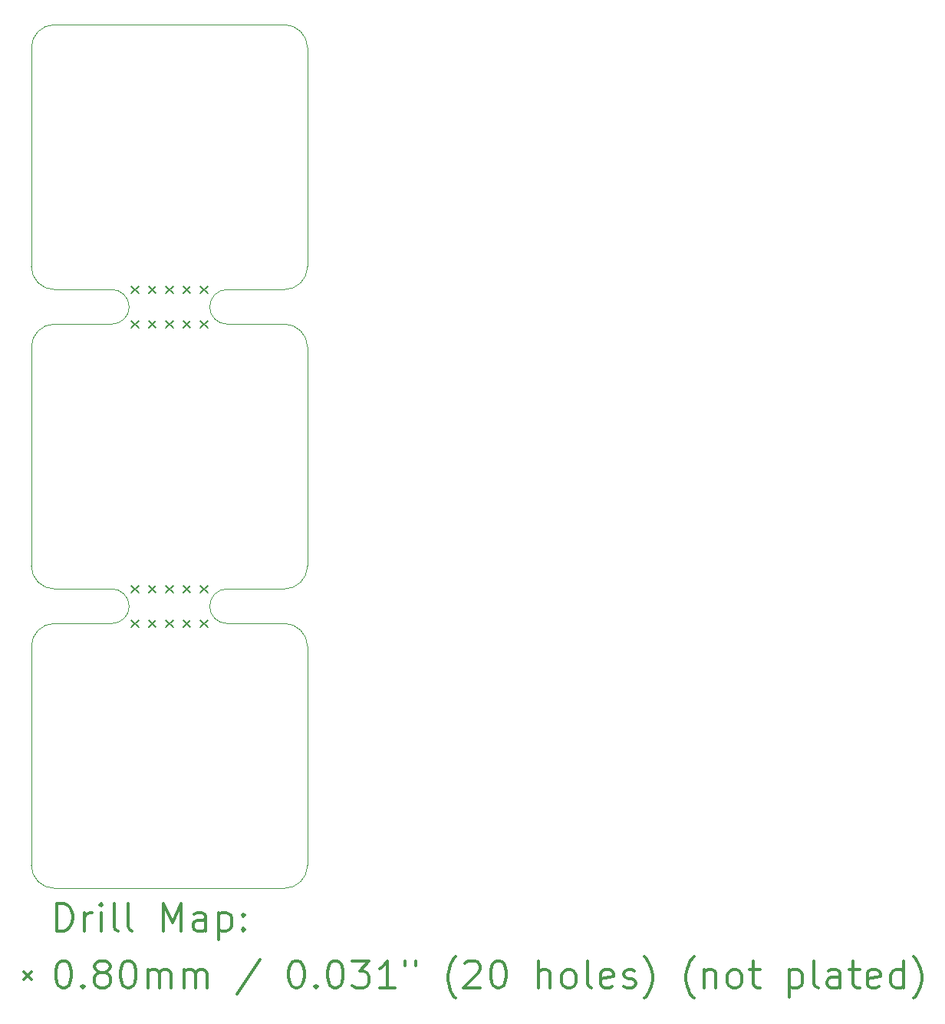
<source format=gbr>
%FSLAX45Y45*%
G04 Gerber Fmt 4.5, Leading zero omitted, Abs format (unit mm)*
G04 Created by KiCad (PCBNEW 5.1.6) date 2021-12-18 09:42:13*
%MOMM*%
%LPD*%
G01*
G04 APERTURE LIST*
%TA.AperFunction,Profile*%
%ADD10C,0.050000*%
%TD*%
%ADD11C,0.200000*%
%ADD12C,0.300000*%
G04 APERTURE END LIST*
D10*
X13271500Y-12192000D02*
X12636500Y-12192000D01*
X12636500Y-11811000D02*
X13271500Y-11811000D01*
X11366500Y-12192000D02*
X10731500Y-12192000D01*
X10731500Y-11811000D02*
X11366500Y-11811000D01*
X11557000Y-12001500D02*
G75*
G02*
X11366500Y-12192000I-190500J0D01*
G01*
X11366500Y-11811000D02*
G75*
G02*
X11557000Y-12001500I0J-190500D01*
G01*
X12636500Y-12192000D02*
G75*
G02*
X12446000Y-12001500I0J190500D01*
G01*
X12446000Y-12001500D02*
G75*
G02*
X12636500Y-11811000I190500J0D01*
G01*
X12700000Y-8890000D02*
X12636500Y-8890000D01*
X13271500Y-8890000D02*
X12700000Y-8890000D01*
X12636500Y-8509000D02*
X13271500Y-8509000D01*
X11366500Y-8509000D02*
X10731500Y-8509000D01*
X10731500Y-8890000D02*
X11366500Y-8890000D01*
X12636500Y-8890000D02*
G75*
G02*
X12446000Y-8699500I0J190500D01*
G01*
X12446000Y-8699500D02*
G75*
G02*
X12636500Y-8509000I190500J0D01*
G01*
X11557000Y-8699500D02*
G75*
G02*
X11366500Y-8890000I-190500J0D01*
G01*
X11366500Y-8509000D02*
G75*
G02*
X11557000Y-8699500I0J-190500D01*
G01*
X10731500Y-8509000D02*
G75*
G02*
X10477500Y-8255000I0J254000D01*
G01*
X13525500Y-8255000D02*
G75*
G02*
X13271500Y-8509000I-254000J0D01*
G01*
X13271500Y-5588000D02*
G75*
G02*
X13525500Y-5842000I0J-254000D01*
G01*
X10477500Y-5842000D02*
G75*
G02*
X10731500Y-5588000I254000J0D01*
G01*
X10477500Y-12446000D02*
G75*
G02*
X10731500Y-12192000I254000J0D01*
G01*
X13271500Y-12192000D02*
G75*
G02*
X13525500Y-12446000I0J-254000D01*
G01*
X13525500Y-14859000D02*
G75*
G02*
X13271500Y-15113000I-254000J0D01*
G01*
X10731500Y-15113000D02*
G75*
G02*
X10477500Y-14859000I0J254000D01*
G01*
X10477500Y-9144000D02*
G75*
G02*
X10731500Y-8890000I254000J0D01*
G01*
X13271500Y-8890000D02*
G75*
G02*
X13525500Y-9144000I0J-254000D01*
G01*
X13525500Y-11557000D02*
G75*
G02*
X13271500Y-11811000I-254000J0D01*
G01*
X10731500Y-11811000D02*
G75*
G02*
X10477500Y-11557000I0J254000D01*
G01*
X13525500Y-5842000D02*
X13525500Y-8255000D01*
X10477500Y-5842000D02*
X10477500Y-8255000D01*
X13271500Y-5588000D02*
X10731500Y-5588000D01*
X10477500Y-14859000D02*
X10477500Y-12446000D01*
X13525500Y-14859000D02*
X13525500Y-12446000D01*
X10731500Y-15113000D02*
X13271500Y-15113000D01*
X10477500Y-9144000D02*
X10477500Y-11557000D01*
X13525500Y-9144000D02*
X13525500Y-11557000D01*
D11*
X11580500Y-11771000D02*
X11660500Y-11851000D01*
X11660500Y-11771000D02*
X11580500Y-11851000D01*
X11771000Y-11771000D02*
X11851000Y-11851000D01*
X11851000Y-11771000D02*
X11771000Y-11851000D01*
X12152000Y-11771000D02*
X12232000Y-11851000D01*
X12232000Y-11771000D02*
X12152000Y-11851000D01*
X11580500Y-8469000D02*
X11660500Y-8549000D01*
X11660500Y-8469000D02*
X11580500Y-8549000D01*
X12342500Y-11771000D02*
X12422500Y-11851000D01*
X12422500Y-11771000D02*
X12342500Y-11851000D01*
X12152000Y-8469000D02*
X12232000Y-8549000D01*
X12232000Y-8469000D02*
X12152000Y-8549000D01*
X11961500Y-8850000D02*
X12041500Y-8930000D01*
X12041500Y-8850000D02*
X11961500Y-8930000D01*
X11580500Y-8850000D02*
X11660500Y-8930000D01*
X11660500Y-8850000D02*
X11580500Y-8930000D01*
X12342500Y-12152000D02*
X12422500Y-12232000D01*
X12422500Y-12152000D02*
X12342500Y-12232000D01*
X11580500Y-12152000D02*
X11660500Y-12232000D01*
X11660500Y-12152000D02*
X11580500Y-12232000D01*
X11961500Y-12152000D02*
X12041500Y-12232000D01*
X12041500Y-12152000D02*
X11961500Y-12232000D01*
X11771000Y-12152000D02*
X11851000Y-12232000D01*
X11851000Y-12152000D02*
X11771000Y-12232000D01*
X11771000Y-8469000D02*
X11851000Y-8549000D01*
X11851000Y-8469000D02*
X11771000Y-8549000D01*
X12152000Y-8850000D02*
X12232000Y-8930000D01*
X12232000Y-8850000D02*
X12152000Y-8930000D01*
X11961500Y-11771000D02*
X12041500Y-11851000D01*
X12041500Y-11771000D02*
X11961500Y-11851000D01*
X12342500Y-8469000D02*
X12422500Y-8549000D01*
X12422500Y-8469000D02*
X12342500Y-8549000D01*
X12152000Y-12152000D02*
X12232000Y-12232000D01*
X12232000Y-12152000D02*
X12152000Y-12232000D01*
X11771000Y-8850000D02*
X11851000Y-8930000D01*
X11851000Y-8850000D02*
X11771000Y-8930000D01*
X11961500Y-8469000D02*
X12041500Y-8549000D01*
X12041500Y-8469000D02*
X11961500Y-8549000D01*
X12342500Y-8850000D02*
X12422500Y-8930000D01*
X12422500Y-8850000D02*
X12342500Y-8930000D01*
D12*
X10761428Y-15581214D02*
X10761428Y-15281214D01*
X10832857Y-15281214D01*
X10875714Y-15295500D01*
X10904286Y-15324071D01*
X10918571Y-15352643D01*
X10932857Y-15409786D01*
X10932857Y-15452643D01*
X10918571Y-15509786D01*
X10904286Y-15538357D01*
X10875714Y-15566929D01*
X10832857Y-15581214D01*
X10761428Y-15581214D01*
X11061428Y-15581214D02*
X11061428Y-15381214D01*
X11061428Y-15438357D02*
X11075714Y-15409786D01*
X11090000Y-15395500D01*
X11118571Y-15381214D01*
X11147143Y-15381214D01*
X11247143Y-15581214D02*
X11247143Y-15381214D01*
X11247143Y-15281214D02*
X11232857Y-15295500D01*
X11247143Y-15309786D01*
X11261428Y-15295500D01*
X11247143Y-15281214D01*
X11247143Y-15309786D01*
X11432857Y-15581214D02*
X11404286Y-15566929D01*
X11390000Y-15538357D01*
X11390000Y-15281214D01*
X11590000Y-15581214D02*
X11561428Y-15566929D01*
X11547143Y-15538357D01*
X11547143Y-15281214D01*
X11932857Y-15581214D02*
X11932857Y-15281214D01*
X12032857Y-15495500D01*
X12132857Y-15281214D01*
X12132857Y-15581214D01*
X12404286Y-15581214D02*
X12404286Y-15424071D01*
X12390000Y-15395500D01*
X12361428Y-15381214D01*
X12304286Y-15381214D01*
X12275714Y-15395500D01*
X12404286Y-15566929D02*
X12375714Y-15581214D01*
X12304286Y-15581214D01*
X12275714Y-15566929D01*
X12261428Y-15538357D01*
X12261428Y-15509786D01*
X12275714Y-15481214D01*
X12304286Y-15466929D01*
X12375714Y-15466929D01*
X12404286Y-15452643D01*
X12547143Y-15381214D02*
X12547143Y-15681214D01*
X12547143Y-15395500D02*
X12575714Y-15381214D01*
X12632857Y-15381214D01*
X12661428Y-15395500D01*
X12675714Y-15409786D01*
X12690000Y-15438357D01*
X12690000Y-15524071D01*
X12675714Y-15552643D01*
X12661428Y-15566929D01*
X12632857Y-15581214D01*
X12575714Y-15581214D01*
X12547143Y-15566929D01*
X12818571Y-15552643D02*
X12832857Y-15566929D01*
X12818571Y-15581214D01*
X12804286Y-15566929D01*
X12818571Y-15552643D01*
X12818571Y-15581214D01*
X12818571Y-15395500D02*
X12832857Y-15409786D01*
X12818571Y-15424071D01*
X12804286Y-15409786D01*
X12818571Y-15395500D01*
X12818571Y-15424071D01*
X10395000Y-16035500D02*
X10475000Y-16115500D01*
X10475000Y-16035500D02*
X10395000Y-16115500D01*
X10818571Y-15911214D02*
X10847143Y-15911214D01*
X10875714Y-15925500D01*
X10890000Y-15939786D01*
X10904286Y-15968357D01*
X10918571Y-16025500D01*
X10918571Y-16096929D01*
X10904286Y-16154071D01*
X10890000Y-16182643D01*
X10875714Y-16196929D01*
X10847143Y-16211214D01*
X10818571Y-16211214D01*
X10790000Y-16196929D01*
X10775714Y-16182643D01*
X10761428Y-16154071D01*
X10747143Y-16096929D01*
X10747143Y-16025500D01*
X10761428Y-15968357D01*
X10775714Y-15939786D01*
X10790000Y-15925500D01*
X10818571Y-15911214D01*
X11047143Y-16182643D02*
X11061428Y-16196929D01*
X11047143Y-16211214D01*
X11032857Y-16196929D01*
X11047143Y-16182643D01*
X11047143Y-16211214D01*
X11232857Y-16039786D02*
X11204286Y-16025500D01*
X11190000Y-16011214D01*
X11175714Y-15982643D01*
X11175714Y-15968357D01*
X11190000Y-15939786D01*
X11204286Y-15925500D01*
X11232857Y-15911214D01*
X11290000Y-15911214D01*
X11318571Y-15925500D01*
X11332857Y-15939786D01*
X11347143Y-15968357D01*
X11347143Y-15982643D01*
X11332857Y-16011214D01*
X11318571Y-16025500D01*
X11290000Y-16039786D01*
X11232857Y-16039786D01*
X11204286Y-16054071D01*
X11190000Y-16068357D01*
X11175714Y-16096929D01*
X11175714Y-16154071D01*
X11190000Y-16182643D01*
X11204286Y-16196929D01*
X11232857Y-16211214D01*
X11290000Y-16211214D01*
X11318571Y-16196929D01*
X11332857Y-16182643D01*
X11347143Y-16154071D01*
X11347143Y-16096929D01*
X11332857Y-16068357D01*
X11318571Y-16054071D01*
X11290000Y-16039786D01*
X11532857Y-15911214D02*
X11561428Y-15911214D01*
X11590000Y-15925500D01*
X11604286Y-15939786D01*
X11618571Y-15968357D01*
X11632857Y-16025500D01*
X11632857Y-16096929D01*
X11618571Y-16154071D01*
X11604286Y-16182643D01*
X11590000Y-16196929D01*
X11561428Y-16211214D01*
X11532857Y-16211214D01*
X11504286Y-16196929D01*
X11490000Y-16182643D01*
X11475714Y-16154071D01*
X11461428Y-16096929D01*
X11461428Y-16025500D01*
X11475714Y-15968357D01*
X11490000Y-15939786D01*
X11504286Y-15925500D01*
X11532857Y-15911214D01*
X11761428Y-16211214D02*
X11761428Y-16011214D01*
X11761428Y-16039786D02*
X11775714Y-16025500D01*
X11804286Y-16011214D01*
X11847143Y-16011214D01*
X11875714Y-16025500D01*
X11890000Y-16054071D01*
X11890000Y-16211214D01*
X11890000Y-16054071D02*
X11904286Y-16025500D01*
X11932857Y-16011214D01*
X11975714Y-16011214D01*
X12004286Y-16025500D01*
X12018571Y-16054071D01*
X12018571Y-16211214D01*
X12161428Y-16211214D02*
X12161428Y-16011214D01*
X12161428Y-16039786D02*
X12175714Y-16025500D01*
X12204286Y-16011214D01*
X12247143Y-16011214D01*
X12275714Y-16025500D01*
X12290000Y-16054071D01*
X12290000Y-16211214D01*
X12290000Y-16054071D02*
X12304286Y-16025500D01*
X12332857Y-16011214D01*
X12375714Y-16011214D01*
X12404286Y-16025500D01*
X12418571Y-16054071D01*
X12418571Y-16211214D01*
X13004286Y-15896929D02*
X12747143Y-16282643D01*
X13390000Y-15911214D02*
X13418571Y-15911214D01*
X13447143Y-15925500D01*
X13461428Y-15939786D01*
X13475714Y-15968357D01*
X13490000Y-16025500D01*
X13490000Y-16096929D01*
X13475714Y-16154071D01*
X13461428Y-16182643D01*
X13447143Y-16196929D01*
X13418571Y-16211214D01*
X13390000Y-16211214D01*
X13361428Y-16196929D01*
X13347143Y-16182643D01*
X13332857Y-16154071D01*
X13318571Y-16096929D01*
X13318571Y-16025500D01*
X13332857Y-15968357D01*
X13347143Y-15939786D01*
X13361428Y-15925500D01*
X13390000Y-15911214D01*
X13618571Y-16182643D02*
X13632857Y-16196929D01*
X13618571Y-16211214D01*
X13604286Y-16196929D01*
X13618571Y-16182643D01*
X13618571Y-16211214D01*
X13818571Y-15911214D02*
X13847143Y-15911214D01*
X13875714Y-15925500D01*
X13890000Y-15939786D01*
X13904286Y-15968357D01*
X13918571Y-16025500D01*
X13918571Y-16096929D01*
X13904286Y-16154071D01*
X13890000Y-16182643D01*
X13875714Y-16196929D01*
X13847143Y-16211214D01*
X13818571Y-16211214D01*
X13790000Y-16196929D01*
X13775714Y-16182643D01*
X13761428Y-16154071D01*
X13747143Y-16096929D01*
X13747143Y-16025500D01*
X13761428Y-15968357D01*
X13775714Y-15939786D01*
X13790000Y-15925500D01*
X13818571Y-15911214D01*
X14018571Y-15911214D02*
X14204286Y-15911214D01*
X14104286Y-16025500D01*
X14147143Y-16025500D01*
X14175714Y-16039786D01*
X14190000Y-16054071D01*
X14204286Y-16082643D01*
X14204286Y-16154071D01*
X14190000Y-16182643D01*
X14175714Y-16196929D01*
X14147143Y-16211214D01*
X14061428Y-16211214D01*
X14032857Y-16196929D01*
X14018571Y-16182643D01*
X14490000Y-16211214D02*
X14318571Y-16211214D01*
X14404286Y-16211214D02*
X14404286Y-15911214D01*
X14375714Y-15954071D01*
X14347143Y-15982643D01*
X14318571Y-15996929D01*
X14604286Y-15911214D02*
X14604286Y-15968357D01*
X14718571Y-15911214D02*
X14718571Y-15968357D01*
X15161428Y-16325500D02*
X15147143Y-16311214D01*
X15118571Y-16268357D01*
X15104286Y-16239786D01*
X15090000Y-16196929D01*
X15075714Y-16125500D01*
X15075714Y-16068357D01*
X15090000Y-15996929D01*
X15104286Y-15954071D01*
X15118571Y-15925500D01*
X15147143Y-15882643D01*
X15161428Y-15868357D01*
X15261428Y-15939786D02*
X15275714Y-15925500D01*
X15304286Y-15911214D01*
X15375714Y-15911214D01*
X15404286Y-15925500D01*
X15418571Y-15939786D01*
X15432857Y-15968357D01*
X15432857Y-15996929D01*
X15418571Y-16039786D01*
X15247143Y-16211214D01*
X15432857Y-16211214D01*
X15618571Y-15911214D02*
X15647143Y-15911214D01*
X15675714Y-15925500D01*
X15690000Y-15939786D01*
X15704286Y-15968357D01*
X15718571Y-16025500D01*
X15718571Y-16096929D01*
X15704286Y-16154071D01*
X15690000Y-16182643D01*
X15675714Y-16196929D01*
X15647143Y-16211214D01*
X15618571Y-16211214D01*
X15590000Y-16196929D01*
X15575714Y-16182643D01*
X15561428Y-16154071D01*
X15547143Y-16096929D01*
X15547143Y-16025500D01*
X15561428Y-15968357D01*
X15575714Y-15939786D01*
X15590000Y-15925500D01*
X15618571Y-15911214D01*
X16075714Y-16211214D02*
X16075714Y-15911214D01*
X16204286Y-16211214D02*
X16204286Y-16054071D01*
X16190000Y-16025500D01*
X16161428Y-16011214D01*
X16118571Y-16011214D01*
X16090000Y-16025500D01*
X16075714Y-16039786D01*
X16390000Y-16211214D02*
X16361428Y-16196929D01*
X16347143Y-16182643D01*
X16332857Y-16154071D01*
X16332857Y-16068357D01*
X16347143Y-16039786D01*
X16361428Y-16025500D01*
X16390000Y-16011214D01*
X16432857Y-16011214D01*
X16461428Y-16025500D01*
X16475714Y-16039786D01*
X16490000Y-16068357D01*
X16490000Y-16154071D01*
X16475714Y-16182643D01*
X16461428Y-16196929D01*
X16432857Y-16211214D01*
X16390000Y-16211214D01*
X16661428Y-16211214D02*
X16632857Y-16196929D01*
X16618571Y-16168357D01*
X16618571Y-15911214D01*
X16890000Y-16196929D02*
X16861428Y-16211214D01*
X16804286Y-16211214D01*
X16775714Y-16196929D01*
X16761428Y-16168357D01*
X16761428Y-16054071D01*
X16775714Y-16025500D01*
X16804286Y-16011214D01*
X16861428Y-16011214D01*
X16890000Y-16025500D01*
X16904286Y-16054071D01*
X16904286Y-16082643D01*
X16761428Y-16111214D01*
X17018571Y-16196929D02*
X17047143Y-16211214D01*
X17104286Y-16211214D01*
X17132857Y-16196929D01*
X17147143Y-16168357D01*
X17147143Y-16154071D01*
X17132857Y-16125500D01*
X17104286Y-16111214D01*
X17061428Y-16111214D01*
X17032857Y-16096929D01*
X17018571Y-16068357D01*
X17018571Y-16054071D01*
X17032857Y-16025500D01*
X17061428Y-16011214D01*
X17104286Y-16011214D01*
X17132857Y-16025500D01*
X17247143Y-16325500D02*
X17261428Y-16311214D01*
X17290000Y-16268357D01*
X17304286Y-16239786D01*
X17318571Y-16196929D01*
X17332857Y-16125500D01*
X17332857Y-16068357D01*
X17318571Y-15996929D01*
X17304286Y-15954071D01*
X17290000Y-15925500D01*
X17261428Y-15882643D01*
X17247143Y-15868357D01*
X17790000Y-16325500D02*
X17775714Y-16311214D01*
X17747143Y-16268357D01*
X17732857Y-16239786D01*
X17718571Y-16196929D01*
X17704286Y-16125500D01*
X17704286Y-16068357D01*
X17718571Y-15996929D01*
X17732857Y-15954071D01*
X17747143Y-15925500D01*
X17775714Y-15882643D01*
X17790000Y-15868357D01*
X17904286Y-16011214D02*
X17904286Y-16211214D01*
X17904286Y-16039786D02*
X17918571Y-16025500D01*
X17947143Y-16011214D01*
X17990000Y-16011214D01*
X18018571Y-16025500D01*
X18032857Y-16054071D01*
X18032857Y-16211214D01*
X18218571Y-16211214D02*
X18190000Y-16196929D01*
X18175714Y-16182643D01*
X18161428Y-16154071D01*
X18161428Y-16068357D01*
X18175714Y-16039786D01*
X18190000Y-16025500D01*
X18218571Y-16011214D01*
X18261428Y-16011214D01*
X18290000Y-16025500D01*
X18304286Y-16039786D01*
X18318571Y-16068357D01*
X18318571Y-16154071D01*
X18304286Y-16182643D01*
X18290000Y-16196929D01*
X18261428Y-16211214D01*
X18218571Y-16211214D01*
X18404286Y-16011214D02*
X18518571Y-16011214D01*
X18447143Y-15911214D02*
X18447143Y-16168357D01*
X18461428Y-16196929D01*
X18490000Y-16211214D01*
X18518571Y-16211214D01*
X18847143Y-16011214D02*
X18847143Y-16311214D01*
X18847143Y-16025500D02*
X18875714Y-16011214D01*
X18932857Y-16011214D01*
X18961428Y-16025500D01*
X18975714Y-16039786D01*
X18990000Y-16068357D01*
X18990000Y-16154071D01*
X18975714Y-16182643D01*
X18961428Y-16196929D01*
X18932857Y-16211214D01*
X18875714Y-16211214D01*
X18847143Y-16196929D01*
X19161428Y-16211214D02*
X19132857Y-16196929D01*
X19118571Y-16168357D01*
X19118571Y-15911214D01*
X19404286Y-16211214D02*
X19404286Y-16054071D01*
X19390000Y-16025500D01*
X19361428Y-16011214D01*
X19304286Y-16011214D01*
X19275714Y-16025500D01*
X19404286Y-16196929D02*
X19375714Y-16211214D01*
X19304286Y-16211214D01*
X19275714Y-16196929D01*
X19261428Y-16168357D01*
X19261428Y-16139786D01*
X19275714Y-16111214D01*
X19304286Y-16096929D01*
X19375714Y-16096929D01*
X19404286Y-16082643D01*
X19504286Y-16011214D02*
X19618571Y-16011214D01*
X19547143Y-15911214D02*
X19547143Y-16168357D01*
X19561428Y-16196929D01*
X19590000Y-16211214D01*
X19618571Y-16211214D01*
X19832857Y-16196929D02*
X19804286Y-16211214D01*
X19747143Y-16211214D01*
X19718571Y-16196929D01*
X19704286Y-16168357D01*
X19704286Y-16054071D01*
X19718571Y-16025500D01*
X19747143Y-16011214D01*
X19804286Y-16011214D01*
X19832857Y-16025500D01*
X19847143Y-16054071D01*
X19847143Y-16082643D01*
X19704286Y-16111214D01*
X20104286Y-16211214D02*
X20104286Y-15911214D01*
X20104286Y-16196929D02*
X20075714Y-16211214D01*
X20018571Y-16211214D01*
X19990000Y-16196929D01*
X19975714Y-16182643D01*
X19961428Y-16154071D01*
X19961428Y-16068357D01*
X19975714Y-16039786D01*
X19990000Y-16025500D01*
X20018571Y-16011214D01*
X20075714Y-16011214D01*
X20104286Y-16025500D01*
X20218571Y-16325500D02*
X20232857Y-16311214D01*
X20261428Y-16268357D01*
X20275714Y-16239786D01*
X20290000Y-16196929D01*
X20304286Y-16125500D01*
X20304286Y-16068357D01*
X20290000Y-15996929D01*
X20275714Y-15954071D01*
X20261428Y-15925500D01*
X20232857Y-15882643D01*
X20218571Y-15868357D01*
M02*

</source>
